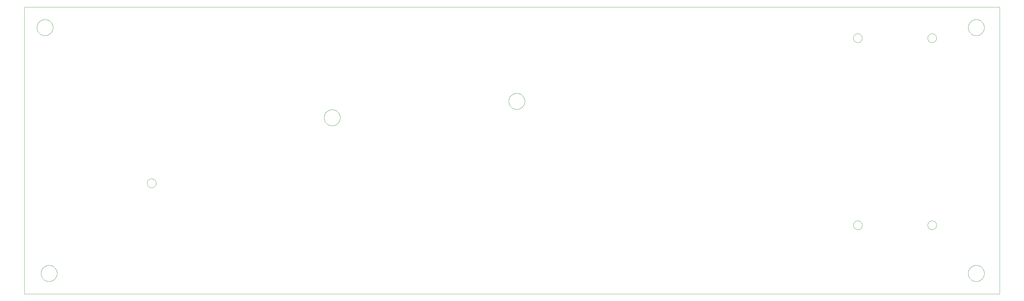
<source format=gko>
G75*
G70*
%OFA0B0*%
%FSLAX24Y24*%
%IPPOS*%
%LPD*%
%AMOC8*
5,1,8,0,0,1.08239X$1,22.5*
%
%ADD10C,0.0000*%
D10*
X000100Y000100D02*
X000100Y035096D01*
X118970Y035096D01*
X118970Y000100D01*
X000100Y000100D01*
X002116Y002600D02*
X002118Y002662D01*
X002124Y002725D01*
X002134Y002786D01*
X002148Y002847D01*
X002165Y002907D01*
X002186Y002966D01*
X002212Y003023D01*
X002240Y003078D01*
X002272Y003132D01*
X002308Y003183D01*
X002346Y003233D01*
X002388Y003279D01*
X002432Y003323D01*
X002480Y003364D01*
X002529Y003402D01*
X002581Y003436D01*
X002635Y003467D01*
X002691Y003495D01*
X002749Y003519D01*
X002808Y003540D01*
X002868Y003556D01*
X002929Y003569D01*
X002991Y003578D01*
X003053Y003583D01*
X003116Y003584D01*
X003178Y003581D01*
X003240Y003574D01*
X003302Y003563D01*
X003362Y003548D01*
X003422Y003530D01*
X003480Y003508D01*
X003537Y003482D01*
X003592Y003452D01*
X003645Y003419D01*
X003696Y003383D01*
X003744Y003344D01*
X003790Y003301D01*
X003833Y003256D01*
X003873Y003208D01*
X003910Y003158D01*
X003944Y003105D01*
X003975Y003051D01*
X004001Y002995D01*
X004025Y002937D01*
X004044Y002877D01*
X004060Y002817D01*
X004072Y002755D01*
X004080Y002694D01*
X004084Y002631D01*
X004084Y002569D01*
X004080Y002506D01*
X004072Y002445D01*
X004060Y002383D01*
X004044Y002323D01*
X004025Y002263D01*
X004001Y002205D01*
X003975Y002149D01*
X003944Y002095D01*
X003910Y002042D01*
X003873Y001992D01*
X003833Y001944D01*
X003790Y001899D01*
X003744Y001856D01*
X003696Y001817D01*
X003645Y001781D01*
X003592Y001748D01*
X003537Y001718D01*
X003480Y001692D01*
X003422Y001670D01*
X003362Y001652D01*
X003302Y001637D01*
X003240Y001626D01*
X003178Y001619D01*
X003116Y001616D01*
X003053Y001617D01*
X002991Y001622D01*
X002929Y001631D01*
X002868Y001644D01*
X002808Y001660D01*
X002749Y001681D01*
X002691Y001705D01*
X002635Y001733D01*
X002581Y001764D01*
X002529Y001798D01*
X002480Y001836D01*
X002432Y001877D01*
X002388Y001921D01*
X002346Y001967D01*
X002308Y002017D01*
X002272Y002068D01*
X002240Y002122D01*
X002212Y002177D01*
X002186Y002234D01*
X002165Y002293D01*
X002148Y002353D01*
X002134Y002414D01*
X002124Y002475D01*
X002118Y002538D01*
X002116Y002600D01*
X015050Y013600D02*
X015052Y013647D01*
X015058Y013693D01*
X015068Y013739D01*
X015081Y013783D01*
X015099Y013827D01*
X015120Y013868D01*
X015144Y013908D01*
X015172Y013946D01*
X015203Y013981D01*
X015237Y014013D01*
X015273Y014042D01*
X015312Y014068D01*
X015352Y014091D01*
X015395Y014110D01*
X015439Y014126D01*
X015484Y014138D01*
X015530Y014146D01*
X015577Y014150D01*
X015623Y014150D01*
X015670Y014146D01*
X015716Y014138D01*
X015761Y014126D01*
X015805Y014110D01*
X015848Y014091D01*
X015888Y014068D01*
X015927Y014042D01*
X015963Y014013D01*
X015997Y013981D01*
X016028Y013946D01*
X016056Y013908D01*
X016080Y013868D01*
X016101Y013827D01*
X016119Y013783D01*
X016132Y013739D01*
X016142Y013693D01*
X016148Y013647D01*
X016150Y013600D01*
X016148Y013553D01*
X016142Y013507D01*
X016132Y013461D01*
X016119Y013417D01*
X016101Y013373D01*
X016080Y013332D01*
X016056Y013292D01*
X016028Y013254D01*
X015997Y013219D01*
X015963Y013187D01*
X015927Y013158D01*
X015888Y013132D01*
X015848Y013109D01*
X015805Y013090D01*
X015761Y013074D01*
X015716Y013062D01*
X015670Y013054D01*
X015623Y013050D01*
X015577Y013050D01*
X015530Y013054D01*
X015484Y013062D01*
X015439Y013074D01*
X015395Y013090D01*
X015352Y013109D01*
X015312Y013132D01*
X015273Y013158D01*
X015237Y013187D01*
X015203Y013219D01*
X015172Y013254D01*
X015144Y013292D01*
X015120Y013332D01*
X015099Y013373D01*
X015081Y013417D01*
X015068Y013461D01*
X015058Y013507D01*
X015052Y013553D01*
X015050Y013600D01*
X036616Y021600D02*
X036618Y021662D01*
X036624Y021725D01*
X036634Y021786D01*
X036648Y021847D01*
X036665Y021907D01*
X036686Y021966D01*
X036712Y022023D01*
X036740Y022078D01*
X036772Y022132D01*
X036808Y022183D01*
X036846Y022233D01*
X036888Y022279D01*
X036932Y022323D01*
X036980Y022364D01*
X037029Y022402D01*
X037081Y022436D01*
X037135Y022467D01*
X037191Y022495D01*
X037249Y022519D01*
X037308Y022540D01*
X037368Y022556D01*
X037429Y022569D01*
X037491Y022578D01*
X037553Y022583D01*
X037616Y022584D01*
X037678Y022581D01*
X037740Y022574D01*
X037802Y022563D01*
X037862Y022548D01*
X037922Y022530D01*
X037980Y022508D01*
X038037Y022482D01*
X038092Y022452D01*
X038145Y022419D01*
X038196Y022383D01*
X038244Y022344D01*
X038290Y022301D01*
X038333Y022256D01*
X038373Y022208D01*
X038410Y022158D01*
X038444Y022105D01*
X038475Y022051D01*
X038501Y021995D01*
X038525Y021937D01*
X038544Y021877D01*
X038560Y021817D01*
X038572Y021755D01*
X038580Y021694D01*
X038584Y021631D01*
X038584Y021569D01*
X038580Y021506D01*
X038572Y021445D01*
X038560Y021383D01*
X038544Y021323D01*
X038525Y021263D01*
X038501Y021205D01*
X038475Y021149D01*
X038444Y021095D01*
X038410Y021042D01*
X038373Y020992D01*
X038333Y020944D01*
X038290Y020899D01*
X038244Y020856D01*
X038196Y020817D01*
X038145Y020781D01*
X038092Y020748D01*
X038037Y020718D01*
X037980Y020692D01*
X037922Y020670D01*
X037862Y020652D01*
X037802Y020637D01*
X037740Y020626D01*
X037678Y020619D01*
X037616Y020616D01*
X037553Y020617D01*
X037491Y020622D01*
X037429Y020631D01*
X037368Y020644D01*
X037308Y020660D01*
X037249Y020681D01*
X037191Y020705D01*
X037135Y020733D01*
X037081Y020764D01*
X037029Y020798D01*
X036980Y020836D01*
X036932Y020877D01*
X036888Y020921D01*
X036846Y020967D01*
X036808Y021017D01*
X036772Y021068D01*
X036740Y021122D01*
X036712Y021177D01*
X036686Y021234D01*
X036665Y021293D01*
X036648Y021353D01*
X036634Y021414D01*
X036624Y021475D01*
X036618Y021538D01*
X036616Y021600D01*
X059116Y023600D02*
X059118Y023662D01*
X059124Y023725D01*
X059134Y023786D01*
X059148Y023847D01*
X059165Y023907D01*
X059186Y023966D01*
X059212Y024023D01*
X059240Y024078D01*
X059272Y024132D01*
X059308Y024183D01*
X059346Y024233D01*
X059388Y024279D01*
X059432Y024323D01*
X059480Y024364D01*
X059529Y024402D01*
X059581Y024436D01*
X059635Y024467D01*
X059691Y024495D01*
X059749Y024519D01*
X059808Y024540D01*
X059868Y024556D01*
X059929Y024569D01*
X059991Y024578D01*
X060053Y024583D01*
X060116Y024584D01*
X060178Y024581D01*
X060240Y024574D01*
X060302Y024563D01*
X060362Y024548D01*
X060422Y024530D01*
X060480Y024508D01*
X060537Y024482D01*
X060592Y024452D01*
X060645Y024419D01*
X060696Y024383D01*
X060744Y024344D01*
X060790Y024301D01*
X060833Y024256D01*
X060873Y024208D01*
X060910Y024158D01*
X060944Y024105D01*
X060975Y024051D01*
X061001Y023995D01*
X061025Y023937D01*
X061044Y023877D01*
X061060Y023817D01*
X061072Y023755D01*
X061080Y023694D01*
X061084Y023631D01*
X061084Y023569D01*
X061080Y023506D01*
X061072Y023445D01*
X061060Y023383D01*
X061044Y023323D01*
X061025Y023263D01*
X061001Y023205D01*
X060975Y023149D01*
X060944Y023095D01*
X060910Y023042D01*
X060873Y022992D01*
X060833Y022944D01*
X060790Y022899D01*
X060744Y022856D01*
X060696Y022817D01*
X060645Y022781D01*
X060592Y022748D01*
X060537Y022718D01*
X060480Y022692D01*
X060422Y022670D01*
X060362Y022652D01*
X060302Y022637D01*
X060240Y022626D01*
X060178Y022619D01*
X060116Y022616D01*
X060053Y022617D01*
X059991Y022622D01*
X059929Y022631D01*
X059868Y022644D01*
X059808Y022660D01*
X059749Y022681D01*
X059691Y022705D01*
X059635Y022733D01*
X059581Y022764D01*
X059529Y022798D01*
X059480Y022836D01*
X059432Y022877D01*
X059388Y022921D01*
X059346Y022967D01*
X059308Y023017D01*
X059272Y023068D01*
X059240Y023122D01*
X059212Y023177D01*
X059186Y023234D01*
X059165Y023293D01*
X059148Y023353D01*
X059134Y023414D01*
X059124Y023475D01*
X059118Y023538D01*
X059116Y023600D01*
X101126Y031313D02*
X101128Y031359D01*
X101134Y031404D01*
X101143Y031449D01*
X101157Y031493D01*
X101174Y031536D01*
X101195Y031577D01*
X101219Y031616D01*
X101246Y031653D01*
X101276Y031687D01*
X101310Y031719D01*
X101345Y031748D01*
X101383Y031774D01*
X101423Y031796D01*
X101465Y031815D01*
X101509Y031830D01*
X101553Y031842D01*
X101598Y031850D01*
X101644Y031854D01*
X101690Y031854D01*
X101736Y031850D01*
X101781Y031842D01*
X101825Y031830D01*
X101869Y031815D01*
X101911Y031796D01*
X101951Y031774D01*
X101989Y031748D01*
X102024Y031719D01*
X102058Y031687D01*
X102088Y031653D01*
X102115Y031616D01*
X102139Y031577D01*
X102160Y031536D01*
X102177Y031493D01*
X102191Y031449D01*
X102200Y031404D01*
X102206Y031359D01*
X102208Y031313D01*
X102206Y031267D01*
X102200Y031222D01*
X102191Y031177D01*
X102177Y031133D01*
X102160Y031090D01*
X102139Y031049D01*
X102115Y031010D01*
X102088Y030973D01*
X102058Y030939D01*
X102024Y030907D01*
X101989Y030878D01*
X101951Y030852D01*
X101911Y030830D01*
X101869Y030811D01*
X101825Y030796D01*
X101781Y030784D01*
X101736Y030776D01*
X101690Y030772D01*
X101644Y030772D01*
X101598Y030776D01*
X101553Y030784D01*
X101509Y030796D01*
X101465Y030811D01*
X101423Y030830D01*
X101383Y030852D01*
X101345Y030878D01*
X101310Y030907D01*
X101276Y030939D01*
X101246Y030973D01*
X101219Y031010D01*
X101195Y031049D01*
X101174Y031090D01*
X101157Y031133D01*
X101143Y031177D01*
X101134Y031222D01*
X101128Y031267D01*
X101126Y031313D01*
X110181Y031313D02*
X110183Y031359D01*
X110189Y031404D01*
X110198Y031449D01*
X110212Y031493D01*
X110229Y031536D01*
X110250Y031577D01*
X110274Y031616D01*
X110301Y031653D01*
X110331Y031687D01*
X110365Y031719D01*
X110400Y031748D01*
X110438Y031774D01*
X110478Y031796D01*
X110520Y031815D01*
X110564Y031830D01*
X110608Y031842D01*
X110653Y031850D01*
X110699Y031854D01*
X110745Y031854D01*
X110791Y031850D01*
X110836Y031842D01*
X110880Y031830D01*
X110924Y031815D01*
X110966Y031796D01*
X111006Y031774D01*
X111044Y031748D01*
X111079Y031719D01*
X111113Y031687D01*
X111143Y031653D01*
X111170Y031616D01*
X111194Y031577D01*
X111215Y031536D01*
X111232Y031493D01*
X111246Y031449D01*
X111255Y031404D01*
X111261Y031359D01*
X111263Y031313D01*
X111261Y031267D01*
X111255Y031222D01*
X111246Y031177D01*
X111232Y031133D01*
X111215Y031090D01*
X111194Y031049D01*
X111170Y031010D01*
X111143Y030973D01*
X111113Y030939D01*
X111079Y030907D01*
X111044Y030878D01*
X111006Y030852D01*
X110966Y030830D01*
X110924Y030811D01*
X110880Y030796D01*
X110836Y030784D01*
X110791Y030776D01*
X110745Y030772D01*
X110699Y030772D01*
X110653Y030776D01*
X110608Y030784D01*
X110564Y030796D01*
X110520Y030811D01*
X110478Y030830D01*
X110438Y030852D01*
X110400Y030878D01*
X110365Y030907D01*
X110331Y030939D01*
X110301Y030973D01*
X110274Y031010D01*
X110250Y031049D01*
X110229Y031090D01*
X110212Y031133D01*
X110198Y031177D01*
X110189Y031222D01*
X110183Y031267D01*
X110181Y031313D01*
X115116Y032600D02*
X115118Y032662D01*
X115124Y032725D01*
X115134Y032786D01*
X115148Y032847D01*
X115165Y032907D01*
X115186Y032966D01*
X115212Y033023D01*
X115240Y033078D01*
X115272Y033132D01*
X115308Y033183D01*
X115346Y033233D01*
X115388Y033279D01*
X115432Y033323D01*
X115480Y033364D01*
X115529Y033402D01*
X115581Y033436D01*
X115635Y033467D01*
X115691Y033495D01*
X115749Y033519D01*
X115808Y033540D01*
X115868Y033556D01*
X115929Y033569D01*
X115991Y033578D01*
X116053Y033583D01*
X116116Y033584D01*
X116178Y033581D01*
X116240Y033574D01*
X116302Y033563D01*
X116362Y033548D01*
X116422Y033530D01*
X116480Y033508D01*
X116537Y033482D01*
X116592Y033452D01*
X116645Y033419D01*
X116696Y033383D01*
X116744Y033344D01*
X116790Y033301D01*
X116833Y033256D01*
X116873Y033208D01*
X116910Y033158D01*
X116944Y033105D01*
X116975Y033051D01*
X117001Y032995D01*
X117025Y032937D01*
X117044Y032877D01*
X117060Y032817D01*
X117072Y032755D01*
X117080Y032694D01*
X117084Y032631D01*
X117084Y032569D01*
X117080Y032506D01*
X117072Y032445D01*
X117060Y032383D01*
X117044Y032323D01*
X117025Y032263D01*
X117001Y032205D01*
X116975Y032149D01*
X116944Y032095D01*
X116910Y032042D01*
X116873Y031992D01*
X116833Y031944D01*
X116790Y031899D01*
X116744Y031856D01*
X116696Y031817D01*
X116645Y031781D01*
X116592Y031748D01*
X116537Y031718D01*
X116480Y031692D01*
X116422Y031670D01*
X116362Y031652D01*
X116302Y031637D01*
X116240Y031626D01*
X116178Y031619D01*
X116116Y031616D01*
X116053Y031617D01*
X115991Y031622D01*
X115929Y031631D01*
X115868Y031644D01*
X115808Y031660D01*
X115749Y031681D01*
X115691Y031705D01*
X115635Y031733D01*
X115581Y031764D01*
X115529Y031798D01*
X115480Y031836D01*
X115432Y031877D01*
X115388Y031921D01*
X115346Y031967D01*
X115308Y032017D01*
X115272Y032068D01*
X115240Y032122D01*
X115212Y032177D01*
X115186Y032234D01*
X115165Y032293D01*
X115148Y032353D01*
X115134Y032414D01*
X115124Y032475D01*
X115118Y032538D01*
X115116Y032600D01*
X110181Y008478D02*
X110183Y008524D01*
X110189Y008569D01*
X110198Y008614D01*
X110212Y008658D01*
X110229Y008701D01*
X110250Y008742D01*
X110274Y008781D01*
X110301Y008818D01*
X110331Y008852D01*
X110365Y008884D01*
X110400Y008913D01*
X110438Y008939D01*
X110478Y008961D01*
X110520Y008980D01*
X110564Y008995D01*
X110608Y009007D01*
X110653Y009015D01*
X110699Y009019D01*
X110745Y009019D01*
X110791Y009015D01*
X110836Y009007D01*
X110880Y008995D01*
X110924Y008980D01*
X110966Y008961D01*
X111006Y008939D01*
X111044Y008913D01*
X111079Y008884D01*
X111113Y008852D01*
X111143Y008818D01*
X111170Y008781D01*
X111194Y008742D01*
X111215Y008701D01*
X111232Y008658D01*
X111246Y008614D01*
X111255Y008569D01*
X111261Y008524D01*
X111263Y008478D01*
X111261Y008432D01*
X111255Y008387D01*
X111246Y008342D01*
X111232Y008298D01*
X111215Y008255D01*
X111194Y008214D01*
X111170Y008175D01*
X111143Y008138D01*
X111113Y008104D01*
X111079Y008072D01*
X111044Y008043D01*
X111006Y008017D01*
X110966Y007995D01*
X110924Y007976D01*
X110880Y007961D01*
X110836Y007949D01*
X110791Y007941D01*
X110745Y007937D01*
X110699Y007937D01*
X110653Y007941D01*
X110608Y007949D01*
X110564Y007961D01*
X110520Y007976D01*
X110478Y007995D01*
X110438Y008017D01*
X110400Y008043D01*
X110365Y008072D01*
X110331Y008104D01*
X110301Y008138D01*
X110274Y008175D01*
X110250Y008214D01*
X110229Y008255D01*
X110212Y008298D01*
X110198Y008342D01*
X110189Y008387D01*
X110183Y008432D01*
X110181Y008478D01*
X101126Y008478D02*
X101128Y008524D01*
X101134Y008569D01*
X101143Y008614D01*
X101157Y008658D01*
X101174Y008701D01*
X101195Y008742D01*
X101219Y008781D01*
X101246Y008818D01*
X101276Y008852D01*
X101310Y008884D01*
X101345Y008913D01*
X101383Y008939D01*
X101423Y008961D01*
X101465Y008980D01*
X101509Y008995D01*
X101553Y009007D01*
X101598Y009015D01*
X101644Y009019D01*
X101690Y009019D01*
X101736Y009015D01*
X101781Y009007D01*
X101825Y008995D01*
X101869Y008980D01*
X101911Y008961D01*
X101951Y008939D01*
X101989Y008913D01*
X102024Y008884D01*
X102058Y008852D01*
X102088Y008818D01*
X102115Y008781D01*
X102139Y008742D01*
X102160Y008701D01*
X102177Y008658D01*
X102191Y008614D01*
X102200Y008569D01*
X102206Y008524D01*
X102208Y008478D01*
X102206Y008432D01*
X102200Y008387D01*
X102191Y008342D01*
X102177Y008298D01*
X102160Y008255D01*
X102139Y008214D01*
X102115Y008175D01*
X102088Y008138D01*
X102058Y008104D01*
X102024Y008072D01*
X101989Y008043D01*
X101951Y008017D01*
X101911Y007995D01*
X101869Y007976D01*
X101825Y007961D01*
X101781Y007949D01*
X101736Y007941D01*
X101690Y007937D01*
X101644Y007937D01*
X101598Y007941D01*
X101553Y007949D01*
X101509Y007961D01*
X101465Y007976D01*
X101423Y007995D01*
X101383Y008017D01*
X101345Y008043D01*
X101310Y008072D01*
X101276Y008104D01*
X101246Y008138D01*
X101219Y008175D01*
X101195Y008214D01*
X101174Y008255D01*
X101157Y008298D01*
X101143Y008342D01*
X101134Y008387D01*
X101128Y008432D01*
X101126Y008478D01*
X115116Y002600D02*
X115118Y002662D01*
X115124Y002725D01*
X115134Y002786D01*
X115148Y002847D01*
X115165Y002907D01*
X115186Y002966D01*
X115212Y003023D01*
X115240Y003078D01*
X115272Y003132D01*
X115308Y003183D01*
X115346Y003233D01*
X115388Y003279D01*
X115432Y003323D01*
X115480Y003364D01*
X115529Y003402D01*
X115581Y003436D01*
X115635Y003467D01*
X115691Y003495D01*
X115749Y003519D01*
X115808Y003540D01*
X115868Y003556D01*
X115929Y003569D01*
X115991Y003578D01*
X116053Y003583D01*
X116116Y003584D01*
X116178Y003581D01*
X116240Y003574D01*
X116302Y003563D01*
X116362Y003548D01*
X116422Y003530D01*
X116480Y003508D01*
X116537Y003482D01*
X116592Y003452D01*
X116645Y003419D01*
X116696Y003383D01*
X116744Y003344D01*
X116790Y003301D01*
X116833Y003256D01*
X116873Y003208D01*
X116910Y003158D01*
X116944Y003105D01*
X116975Y003051D01*
X117001Y002995D01*
X117025Y002937D01*
X117044Y002877D01*
X117060Y002817D01*
X117072Y002755D01*
X117080Y002694D01*
X117084Y002631D01*
X117084Y002569D01*
X117080Y002506D01*
X117072Y002445D01*
X117060Y002383D01*
X117044Y002323D01*
X117025Y002263D01*
X117001Y002205D01*
X116975Y002149D01*
X116944Y002095D01*
X116910Y002042D01*
X116873Y001992D01*
X116833Y001944D01*
X116790Y001899D01*
X116744Y001856D01*
X116696Y001817D01*
X116645Y001781D01*
X116592Y001748D01*
X116537Y001718D01*
X116480Y001692D01*
X116422Y001670D01*
X116362Y001652D01*
X116302Y001637D01*
X116240Y001626D01*
X116178Y001619D01*
X116116Y001616D01*
X116053Y001617D01*
X115991Y001622D01*
X115929Y001631D01*
X115868Y001644D01*
X115808Y001660D01*
X115749Y001681D01*
X115691Y001705D01*
X115635Y001733D01*
X115581Y001764D01*
X115529Y001798D01*
X115480Y001836D01*
X115432Y001877D01*
X115388Y001921D01*
X115346Y001967D01*
X115308Y002017D01*
X115272Y002068D01*
X115240Y002122D01*
X115212Y002177D01*
X115186Y002234D01*
X115165Y002293D01*
X115148Y002353D01*
X115134Y002414D01*
X115124Y002475D01*
X115118Y002538D01*
X115116Y002600D01*
X001616Y032600D02*
X001618Y032662D01*
X001624Y032725D01*
X001634Y032786D01*
X001648Y032847D01*
X001665Y032907D01*
X001686Y032966D01*
X001712Y033023D01*
X001740Y033078D01*
X001772Y033132D01*
X001808Y033183D01*
X001846Y033233D01*
X001888Y033279D01*
X001932Y033323D01*
X001980Y033364D01*
X002029Y033402D01*
X002081Y033436D01*
X002135Y033467D01*
X002191Y033495D01*
X002249Y033519D01*
X002308Y033540D01*
X002368Y033556D01*
X002429Y033569D01*
X002491Y033578D01*
X002553Y033583D01*
X002616Y033584D01*
X002678Y033581D01*
X002740Y033574D01*
X002802Y033563D01*
X002862Y033548D01*
X002922Y033530D01*
X002980Y033508D01*
X003037Y033482D01*
X003092Y033452D01*
X003145Y033419D01*
X003196Y033383D01*
X003244Y033344D01*
X003290Y033301D01*
X003333Y033256D01*
X003373Y033208D01*
X003410Y033158D01*
X003444Y033105D01*
X003475Y033051D01*
X003501Y032995D01*
X003525Y032937D01*
X003544Y032877D01*
X003560Y032817D01*
X003572Y032755D01*
X003580Y032694D01*
X003584Y032631D01*
X003584Y032569D01*
X003580Y032506D01*
X003572Y032445D01*
X003560Y032383D01*
X003544Y032323D01*
X003525Y032263D01*
X003501Y032205D01*
X003475Y032149D01*
X003444Y032095D01*
X003410Y032042D01*
X003373Y031992D01*
X003333Y031944D01*
X003290Y031899D01*
X003244Y031856D01*
X003196Y031817D01*
X003145Y031781D01*
X003092Y031748D01*
X003037Y031718D01*
X002980Y031692D01*
X002922Y031670D01*
X002862Y031652D01*
X002802Y031637D01*
X002740Y031626D01*
X002678Y031619D01*
X002616Y031616D01*
X002553Y031617D01*
X002491Y031622D01*
X002429Y031631D01*
X002368Y031644D01*
X002308Y031660D01*
X002249Y031681D01*
X002191Y031705D01*
X002135Y031733D01*
X002081Y031764D01*
X002029Y031798D01*
X001980Y031836D01*
X001932Y031877D01*
X001888Y031921D01*
X001846Y031967D01*
X001808Y032017D01*
X001772Y032068D01*
X001740Y032122D01*
X001712Y032177D01*
X001686Y032234D01*
X001665Y032293D01*
X001648Y032353D01*
X001634Y032414D01*
X001624Y032475D01*
X001618Y032538D01*
X001616Y032600D01*
M02*

</source>
